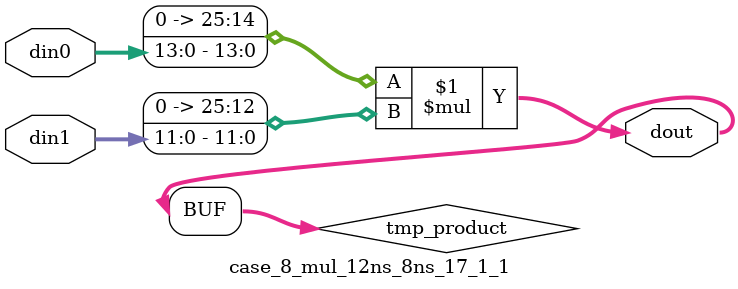
<source format=v>

`timescale 1 ns / 1 ps

 (* use_dsp = "no" *)  module case_8_mul_12ns_8ns_17_1_1(din0, din1, dout);
parameter ID = 1;
parameter NUM_STAGE = 0;
parameter din0_WIDTH = 14;
parameter din1_WIDTH = 12;
parameter dout_WIDTH = 26;

input [din0_WIDTH - 1 : 0] din0; 
input [din1_WIDTH - 1 : 0] din1; 
output [dout_WIDTH - 1 : 0] dout;

wire signed [dout_WIDTH - 1 : 0] tmp_product;
























assign tmp_product = $signed({1'b0, din0}) * $signed({1'b0, din1});











assign dout = tmp_product;





















endmodule

</source>
